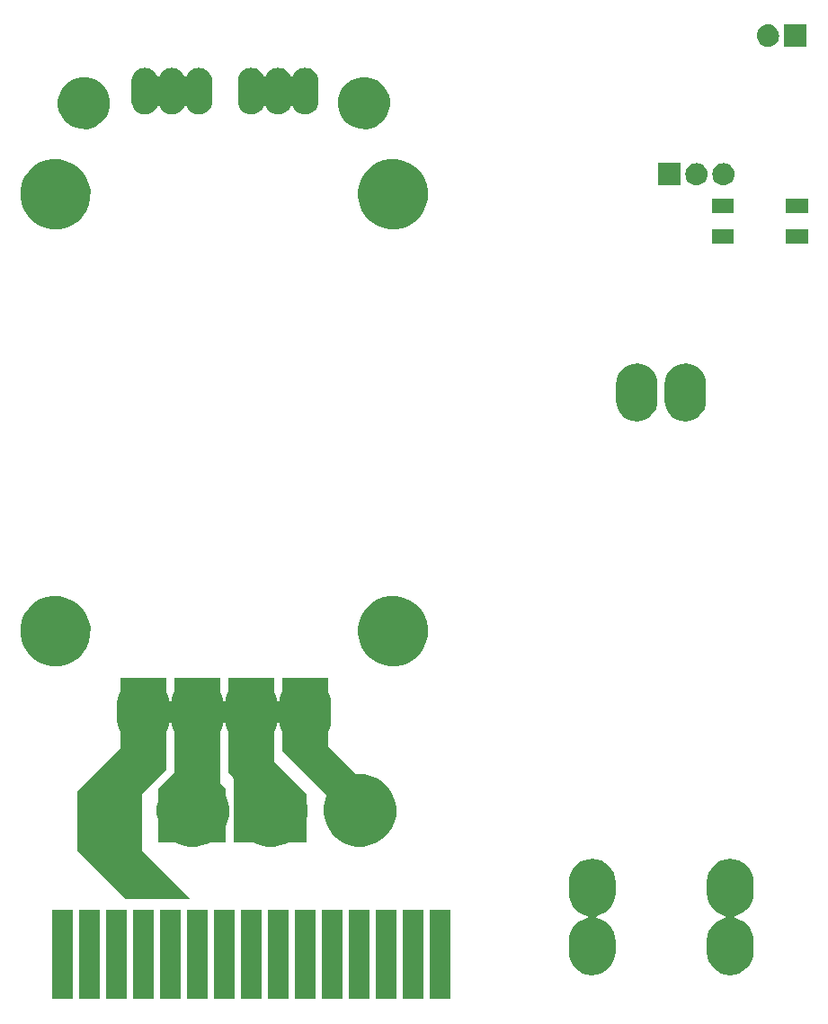
<source format=gts>
G04 #@! TF.FileFunction,Soldermask,Top*
%FSLAX46Y46*%
G04 Gerber Fmt 4.6, Leading zero omitted, Abs format (unit mm)*
G04 Created by KiCad (PCBNEW 4.0.7) date 10/27/19 12:55:04*
%MOMM*%
%LPD*%
G01*
G04 APERTURE LIST*
%ADD10C,0.100000*%
G04 APERTURE END LIST*
D10*
G36*
X183880800Y-115426600D02*
X181980800Y-115426600D01*
X181980800Y-107026600D01*
X183880800Y-107026600D01*
X183880800Y-115426600D01*
X183880800Y-115426600D01*
G37*
G36*
X188960800Y-115426600D02*
X187060800Y-115426600D01*
X187060800Y-107026600D01*
X188960800Y-107026600D01*
X188960800Y-115426600D01*
X188960800Y-115426600D01*
G37*
G36*
X191500800Y-115426600D02*
X189600800Y-115426600D01*
X189600800Y-107026600D01*
X191500800Y-107026600D01*
X191500800Y-115426600D01*
X191500800Y-115426600D01*
G37*
G36*
X186420800Y-115426600D02*
X184520800Y-115426600D01*
X184520800Y-107026600D01*
X186420800Y-107026600D01*
X186420800Y-115426600D01*
X186420800Y-115426600D01*
G37*
G36*
X178800800Y-115426600D02*
X176900800Y-115426600D01*
X176900800Y-107026600D01*
X178800800Y-107026600D01*
X178800800Y-115426600D01*
X178800800Y-115426600D01*
G37*
G36*
X181340800Y-115426600D02*
X179440800Y-115426600D01*
X179440800Y-107026600D01*
X181340800Y-107026600D01*
X181340800Y-115426600D01*
X181340800Y-115426600D01*
G37*
G36*
X171180800Y-115426600D02*
X169280800Y-115426600D01*
X169280800Y-107026600D01*
X171180800Y-107026600D01*
X171180800Y-115426600D01*
X171180800Y-115426600D01*
G37*
G36*
X173720800Y-115426600D02*
X171820800Y-115426600D01*
X171820800Y-107026600D01*
X173720800Y-107026600D01*
X173720800Y-115426600D01*
X173720800Y-115426600D01*
G37*
G36*
X168640800Y-115426600D02*
X166740800Y-115426600D01*
X166740800Y-107026600D01*
X168640800Y-107026600D01*
X168640800Y-115426600D01*
X168640800Y-115426600D01*
G37*
G36*
X163560800Y-115426600D02*
X161660800Y-115426600D01*
X161660800Y-107026600D01*
X163560800Y-107026600D01*
X163560800Y-115426600D01*
X163560800Y-115426600D01*
G37*
G36*
X161020800Y-115426600D02*
X159120800Y-115426600D01*
X159120800Y-107026600D01*
X161020800Y-107026600D01*
X161020800Y-115426600D01*
X161020800Y-115426600D01*
G37*
G36*
X158480800Y-115426600D02*
X156580800Y-115426600D01*
X156580800Y-107026600D01*
X158480800Y-107026600D01*
X158480800Y-115426600D01*
X158480800Y-115426600D01*
G37*
G36*
X155940800Y-115426600D02*
X154040800Y-115426600D01*
X154040800Y-107026600D01*
X155940800Y-107026600D01*
X155940800Y-115426600D01*
X155940800Y-115426600D01*
G37*
G36*
X166100800Y-115426600D02*
X164200800Y-115426600D01*
X164200800Y-107026600D01*
X166100800Y-107026600D01*
X166100800Y-115426600D01*
X166100800Y-115426600D01*
G37*
G36*
X176260800Y-115426600D02*
X174360800Y-115426600D01*
X174360800Y-107026600D01*
X176260800Y-107026600D01*
X176260800Y-115426600D01*
X176260800Y-115426600D01*
G37*
G36*
X218298049Y-102259253D02*
X218298069Y-102259259D01*
X218298171Y-102259270D01*
X218708334Y-102386237D01*
X219086024Y-102590453D01*
X219416856Y-102864141D01*
X219688227Y-103196875D01*
X219889801Y-103575981D01*
X220013901Y-103987020D01*
X220055800Y-104414336D01*
X220055800Y-105440624D01*
X220055622Y-105466107D01*
X220055621Y-105466113D01*
X220055586Y-105471181D01*
X220007725Y-105897870D01*
X219877898Y-106307136D01*
X219671050Y-106683391D01*
X219395059Y-107012304D01*
X219060439Y-107281345D01*
X218679935Y-107480268D01*
X218357621Y-107575131D01*
X218325713Y-107589664D01*
X218299032Y-107612584D01*
X218279793Y-107642030D01*
X218269519Y-107675670D01*
X218269024Y-107710841D01*
X218278347Y-107744757D01*
X218296749Y-107774733D01*
X218322774Y-107798396D01*
X218355934Y-107814351D01*
X218708334Y-107923437D01*
X219086024Y-108127653D01*
X219416856Y-108401341D01*
X219688227Y-108734075D01*
X219889801Y-109113181D01*
X220013901Y-109524220D01*
X220055800Y-109951536D01*
X220055800Y-110977824D01*
X220055622Y-111003307D01*
X220055621Y-111003313D01*
X220055586Y-111008381D01*
X220007725Y-111435070D01*
X219877898Y-111844336D01*
X219671050Y-112220591D01*
X219395059Y-112549504D01*
X219060439Y-112818545D01*
X218679935Y-113017468D01*
X218268039Y-113138696D01*
X218267960Y-113138703D01*
X218267930Y-113138712D01*
X217840442Y-113177616D01*
X217413551Y-113132747D01*
X217413531Y-113132741D01*
X217413429Y-113132730D01*
X217003266Y-113005763D01*
X216625576Y-112801547D01*
X216294744Y-112527859D01*
X216023373Y-112195125D01*
X215821799Y-111816019D01*
X215697699Y-111404980D01*
X215655800Y-110977664D01*
X215655800Y-109951376D01*
X215655978Y-109925893D01*
X215655979Y-109925887D01*
X215656014Y-109920819D01*
X215703875Y-109494130D01*
X215833702Y-109084864D01*
X216040550Y-108708609D01*
X216316541Y-108379696D01*
X216651161Y-108110655D01*
X217031665Y-107911732D01*
X217353979Y-107816869D01*
X217385887Y-107802336D01*
X217412568Y-107779416D01*
X217431807Y-107749970D01*
X217442081Y-107716330D01*
X217442576Y-107681159D01*
X217433253Y-107647243D01*
X217414851Y-107617267D01*
X217388826Y-107593604D01*
X217355666Y-107577649D01*
X217003266Y-107468563D01*
X216625576Y-107264347D01*
X216294744Y-106990659D01*
X216023373Y-106657925D01*
X215821799Y-106278819D01*
X215697699Y-105867780D01*
X215655800Y-105440464D01*
X215655800Y-104414176D01*
X215655978Y-104388693D01*
X215655979Y-104388687D01*
X215656014Y-104383619D01*
X215703875Y-103956930D01*
X215833702Y-103547664D01*
X216040550Y-103171409D01*
X216316541Y-102842496D01*
X216651161Y-102573455D01*
X217031665Y-102374532D01*
X217443561Y-102253304D01*
X217443640Y-102253297D01*
X217443670Y-102253288D01*
X217871158Y-102214384D01*
X218298049Y-102259253D01*
X218298049Y-102259253D01*
G37*
G36*
X205293249Y-102259253D02*
X205293269Y-102259259D01*
X205293371Y-102259270D01*
X205703534Y-102386237D01*
X206081224Y-102590453D01*
X206412056Y-102864141D01*
X206683427Y-103196875D01*
X206885001Y-103575981D01*
X207009101Y-103987020D01*
X207051000Y-104414336D01*
X207051000Y-105440624D01*
X207050822Y-105466107D01*
X207050821Y-105466113D01*
X207050786Y-105471181D01*
X207002925Y-105897870D01*
X206873098Y-106307136D01*
X206666250Y-106683391D01*
X206390259Y-107012304D01*
X206055639Y-107281345D01*
X205675135Y-107480268D01*
X205352821Y-107575131D01*
X205320913Y-107589664D01*
X205294232Y-107612584D01*
X205274993Y-107642030D01*
X205264719Y-107675670D01*
X205264224Y-107710841D01*
X205273547Y-107744757D01*
X205291949Y-107774733D01*
X205317974Y-107798396D01*
X205351134Y-107814351D01*
X205703534Y-107923437D01*
X206081224Y-108127653D01*
X206412056Y-108401341D01*
X206683427Y-108734075D01*
X206885001Y-109113181D01*
X207009101Y-109524220D01*
X207051000Y-109951536D01*
X207051000Y-110977824D01*
X207050822Y-111003307D01*
X207050821Y-111003313D01*
X207050786Y-111008381D01*
X207002925Y-111435070D01*
X206873098Y-111844336D01*
X206666250Y-112220591D01*
X206390259Y-112549504D01*
X206055639Y-112818545D01*
X205675135Y-113017468D01*
X205263239Y-113138696D01*
X205263160Y-113138703D01*
X205263130Y-113138712D01*
X204835642Y-113177616D01*
X204408751Y-113132747D01*
X204408731Y-113132741D01*
X204408629Y-113132730D01*
X203998466Y-113005763D01*
X203620776Y-112801547D01*
X203289944Y-112527859D01*
X203018573Y-112195125D01*
X202816999Y-111816019D01*
X202692899Y-111404980D01*
X202651000Y-110977664D01*
X202651000Y-109951376D01*
X202651178Y-109925893D01*
X202651179Y-109925887D01*
X202651214Y-109920819D01*
X202699075Y-109494130D01*
X202828902Y-109084864D01*
X203035750Y-108708609D01*
X203311741Y-108379696D01*
X203646361Y-108110655D01*
X204026865Y-107911732D01*
X204349179Y-107816869D01*
X204381087Y-107802336D01*
X204407768Y-107779416D01*
X204427007Y-107749970D01*
X204437281Y-107716330D01*
X204437776Y-107681159D01*
X204428453Y-107647243D01*
X204410051Y-107617267D01*
X204384026Y-107593604D01*
X204350866Y-107577649D01*
X203998466Y-107468563D01*
X203620776Y-107264347D01*
X203289944Y-106990659D01*
X203018573Y-106657925D01*
X202816999Y-106278819D01*
X202692899Y-105867780D01*
X202651000Y-105440464D01*
X202651000Y-104414176D01*
X202651178Y-104388693D01*
X202651179Y-104388687D01*
X202651214Y-104383619D01*
X202699075Y-103956930D01*
X202828902Y-103547664D01*
X203035750Y-103171409D01*
X203311741Y-102842496D01*
X203646361Y-102573455D01*
X204026865Y-102374532D01*
X204438761Y-102253304D01*
X204438840Y-102253297D01*
X204438870Y-102253288D01*
X204866358Y-102214384D01*
X205293249Y-102259253D01*
X205293249Y-102259253D01*
G37*
G36*
X178317918Y-85201140D02*
X178317943Y-85201148D01*
X178318041Y-85201158D01*
X178351221Y-85211429D01*
X178388060Y-85217000D01*
X179959000Y-85217000D01*
X179959000Y-86389608D01*
X179963949Y-86424432D01*
X179972492Y-86445483D01*
X180090538Y-86667495D01*
X180228740Y-87125243D01*
X180275400Y-87601117D01*
X180275400Y-89132245D01*
X180275198Y-89161217D01*
X180275196Y-89161232D01*
X180275161Y-89166290D01*
X180221862Y-89641467D01*
X180077282Y-90097241D01*
X179973694Y-90285666D01*
X179962022Y-90316536D01*
X179959000Y-90343854D01*
X179959000Y-91515224D01*
X179963949Y-91550048D01*
X179978404Y-91582115D01*
X179995612Y-91603612D01*
X182616039Y-94224039D01*
X182644162Y-94245164D01*
X182677058Y-94257618D01*
X182703554Y-94260648D01*
X183364117Y-94265259D01*
X184017274Y-94399334D01*
X184631949Y-94657718D01*
X185184733Y-95030577D01*
X185654564Y-95503698D01*
X186023553Y-96059071D01*
X186277641Y-96675537D01*
X186406980Y-97328745D01*
X186406980Y-97328773D01*
X186407146Y-97329613D01*
X186396511Y-98091195D01*
X186396321Y-98092030D01*
X186396321Y-98092054D01*
X186248793Y-98741405D01*
X185977592Y-99350531D01*
X185593242Y-99895382D01*
X185110379Y-100355205D01*
X184547402Y-100712482D01*
X183925755Y-100953603D01*
X183269109Y-101069387D01*
X182602476Y-101055423D01*
X181951257Y-100912243D01*
X181340250Y-100645301D01*
X180792724Y-100264760D01*
X180329548Y-99785128D01*
X179968347Y-99224653D01*
X179722890Y-98604701D01*
X179602525Y-97948885D01*
X179611835Y-97282168D01*
X179750464Y-96629970D01*
X179850783Y-96395910D01*
X179859953Y-96361952D01*
X179859300Y-96326784D01*
X179848875Y-96293191D01*
X179824279Y-96258279D01*
X175641000Y-92075000D01*
X175641000Y-90248051D01*
X175636051Y-90213227D01*
X175627508Y-90192177D01*
X175560262Y-90065705D01*
X175422060Y-89607957D01*
X175408314Y-89467762D01*
X175400893Y-89437292D01*
X175383378Y-89406789D01*
X175358059Y-89382373D01*
X175326939Y-89365977D01*
X175292485Y-89358901D01*
X175257422Y-89361703D01*
X175224529Y-89374162D01*
X175196409Y-89395292D01*
X175175289Y-89423420D01*
X175161416Y-89467135D01*
X175141862Y-89641467D01*
X174997282Y-90097241D01*
X174893694Y-90285666D01*
X174882022Y-90316536D01*
X174879000Y-90343854D01*
X174879000Y-93039224D01*
X174883949Y-93074048D01*
X174898404Y-93106115D01*
X174915612Y-93127612D01*
X177927000Y-96139000D01*
X177927000Y-96821657D01*
X177929381Y-96845936D01*
X178024980Y-97328745D01*
X178024980Y-97328773D01*
X178025146Y-97329613D01*
X178014511Y-98091195D01*
X178014321Y-98092030D01*
X178014321Y-98092054D01*
X177930106Y-98462730D01*
X177927000Y-98490424D01*
X177927000Y-100711000D01*
X176192614Y-100711000D01*
X176147411Y-100719460D01*
X175543755Y-100953603D01*
X174887109Y-101069387D01*
X174220476Y-101055423D01*
X173569257Y-100912243D01*
X173132560Y-100721455D01*
X173082516Y-100711000D01*
X171069000Y-100711000D01*
X171069000Y-94666776D01*
X171064051Y-94631952D01*
X171049596Y-94599885D01*
X171032388Y-94578388D01*
X170561000Y-94107000D01*
X170561000Y-90248051D01*
X170556051Y-90213227D01*
X170547508Y-90192177D01*
X170480262Y-90065705D01*
X170342060Y-89607957D01*
X170328314Y-89467762D01*
X170320893Y-89437292D01*
X170303378Y-89406789D01*
X170278059Y-89382373D01*
X170246939Y-89365977D01*
X170212485Y-89358901D01*
X170177422Y-89361703D01*
X170144529Y-89374162D01*
X170116409Y-89395292D01*
X170095289Y-89423420D01*
X170081416Y-89467135D01*
X170061862Y-89641467D01*
X169917282Y-90097241D01*
X169813694Y-90285666D01*
X169802022Y-90316536D01*
X169799000Y-90343854D01*
X169799000Y-95071224D01*
X169803949Y-95106048D01*
X169818404Y-95138115D01*
X169835612Y-95159612D01*
X170307000Y-95631000D01*
X170307000Y-96110618D01*
X170316432Y-96158252D01*
X170529641Y-96675537D01*
X170658980Y-97328745D01*
X170658980Y-97328773D01*
X170659146Y-97329613D01*
X170648511Y-98091195D01*
X170648321Y-98092030D01*
X170648321Y-98092054D01*
X170500793Y-98741405D01*
X170317807Y-99152397D01*
X170307000Y-99203239D01*
X170307000Y-100711000D01*
X168826614Y-100711000D01*
X168781411Y-100719460D01*
X168177755Y-100953603D01*
X167521109Y-101069387D01*
X166854476Y-101055423D01*
X166203257Y-100912243D01*
X165766560Y-100721455D01*
X165716516Y-100711000D01*
X163957000Y-100711000D01*
X163957000Y-98518599D01*
X163954946Y-98496034D01*
X163854525Y-97948885D01*
X163863835Y-97282168D01*
X163954268Y-96856714D01*
X163957000Y-96830725D01*
X163957000Y-95631000D01*
X165444388Y-94143612D01*
X165465513Y-94115489D01*
X165477967Y-94082593D01*
X165481000Y-94055224D01*
X165481000Y-90248051D01*
X165476051Y-90213227D01*
X165467508Y-90192177D01*
X165400262Y-90065705D01*
X165262060Y-89607957D01*
X165248314Y-89467762D01*
X165240893Y-89437292D01*
X165223378Y-89406789D01*
X165198059Y-89382373D01*
X165166939Y-89365977D01*
X165132485Y-89358901D01*
X165097422Y-89361703D01*
X165064529Y-89374162D01*
X165036409Y-89395292D01*
X165015289Y-89423420D01*
X165001416Y-89467135D01*
X164981862Y-89641467D01*
X164837282Y-90097241D01*
X164733694Y-90285666D01*
X164722022Y-90316536D01*
X164719000Y-90343854D01*
X164719000Y-93853000D01*
X162469612Y-96102388D01*
X162448487Y-96130511D01*
X162436033Y-96163407D01*
X162433000Y-96190776D01*
X162433000Y-101421224D01*
X162437949Y-101456048D01*
X162452404Y-101488115D01*
X162469612Y-101509612D01*
X167005000Y-106045000D01*
X160909000Y-106045000D01*
X156337000Y-101473000D01*
X156337000Y-95885000D01*
X160364388Y-91857612D01*
X160385513Y-91829489D01*
X160397967Y-91796593D01*
X160401000Y-91769224D01*
X160401000Y-90248051D01*
X160396051Y-90213227D01*
X160387508Y-90192177D01*
X160320262Y-90065705D01*
X160182060Y-89607957D01*
X160135400Y-89132083D01*
X160135400Y-87600955D01*
X160135602Y-87571983D01*
X160135604Y-87571968D01*
X160135639Y-87566910D01*
X160188938Y-87091733D01*
X160333518Y-86635959D01*
X160386307Y-86539937D01*
X160397978Y-86509069D01*
X160401000Y-86481751D01*
X160401000Y-85217000D01*
X162031956Y-85217000D01*
X162067139Y-85211930D01*
X162126316Y-85194513D01*
X162126395Y-85194506D01*
X162126425Y-85194497D01*
X162602504Y-85151171D01*
X163077918Y-85201140D01*
X163077943Y-85201148D01*
X163078041Y-85201158D01*
X163111221Y-85211429D01*
X163148060Y-85217000D01*
X164719000Y-85217000D01*
X164719000Y-86389608D01*
X164723949Y-86424432D01*
X164732492Y-86445483D01*
X164850538Y-86667495D01*
X164988740Y-87125243D01*
X165002486Y-87265438D01*
X165009907Y-87295908D01*
X165027422Y-87326411D01*
X165052741Y-87350827D01*
X165083861Y-87367223D01*
X165118315Y-87374299D01*
X165153378Y-87371497D01*
X165186271Y-87359038D01*
X165214391Y-87337908D01*
X165235511Y-87309780D01*
X165249384Y-87266065D01*
X165268938Y-87091733D01*
X165413518Y-86635959D01*
X165466307Y-86539937D01*
X165477978Y-86509069D01*
X165481000Y-86481751D01*
X165481000Y-85217000D01*
X167111956Y-85217000D01*
X167147139Y-85211930D01*
X167206316Y-85194513D01*
X167206395Y-85194506D01*
X167206425Y-85194497D01*
X167682504Y-85151171D01*
X168157918Y-85201140D01*
X168157943Y-85201148D01*
X168158041Y-85201158D01*
X168191221Y-85211429D01*
X168228060Y-85217000D01*
X169799000Y-85217000D01*
X169799000Y-86389608D01*
X169803949Y-86424432D01*
X169812492Y-86445483D01*
X169930538Y-86667495D01*
X170068740Y-87125243D01*
X170082486Y-87265438D01*
X170089907Y-87295908D01*
X170107422Y-87326411D01*
X170132741Y-87350827D01*
X170163861Y-87367223D01*
X170198315Y-87374299D01*
X170233378Y-87371497D01*
X170266271Y-87359038D01*
X170294391Y-87337908D01*
X170315511Y-87309780D01*
X170329384Y-87266065D01*
X170348938Y-87091733D01*
X170493518Y-86635959D01*
X170546307Y-86539937D01*
X170557978Y-86509069D01*
X170561000Y-86481751D01*
X170561000Y-85217000D01*
X172191956Y-85217000D01*
X172227139Y-85211930D01*
X172286316Y-85194513D01*
X172286395Y-85194506D01*
X172286425Y-85194497D01*
X172762504Y-85151171D01*
X173237918Y-85201140D01*
X173237943Y-85201148D01*
X173238041Y-85201158D01*
X173271221Y-85211429D01*
X173308060Y-85217000D01*
X174879000Y-85217000D01*
X174879000Y-86389608D01*
X174883949Y-86424432D01*
X174892492Y-86445483D01*
X175010538Y-86667495D01*
X175148740Y-87125243D01*
X175162486Y-87265438D01*
X175169907Y-87295908D01*
X175187422Y-87326411D01*
X175212741Y-87350827D01*
X175243861Y-87367223D01*
X175278315Y-87374299D01*
X175313378Y-87371497D01*
X175346271Y-87359038D01*
X175374391Y-87337908D01*
X175395511Y-87309780D01*
X175409384Y-87266065D01*
X175428938Y-87091733D01*
X175573518Y-86635959D01*
X175626307Y-86539937D01*
X175637978Y-86509069D01*
X175641000Y-86481751D01*
X175641000Y-85217000D01*
X177271956Y-85217000D01*
X177307139Y-85211930D01*
X177366316Y-85194513D01*
X177366395Y-85194506D01*
X177366425Y-85194497D01*
X177842504Y-85151171D01*
X178317918Y-85201140D01*
X178317918Y-85201140D01*
G37*
G36*
X186452413Y-77474192D02*
X187086361Y-77604324D01*
X187682956Y-77855109D01*
X188219483Y-78217001D01*
X188675494Y-78676207D01*
X189033631Y-79215246D01*
X189280246Y-79813580D01*
X189405776Y-80447549D01*
X189405776Y-80447582D01*
X189405941Y-80448418D01*
X189395620Y-81187601D01*
X189395429Y-81188440D01*
X189395429Y-81188460D01*
X189252246Y-81818687D01*
X188989021Y-82409897D01*
X188615973Y-82938727D01*
X188147318Y-83385021D01*
X187600897Y-83731791D01*
X186997533Y-83965820D01*
X186360200Y-84078199D01*
X185713173Y-84064646D01*
X185081108Y-83925677D01*
X184488072Y-83666586D01*
X183956650Y-83297238D01*
X183507096Y-82831711D01*
X183156521Y-82287725D01*
X182918282Y-81686004D01*
X182801457Y-81049476D01*
X182810493Y-80402369D01*
X182945045Y-79769352D01*
X183199991Y-79174517D01*
X183565617Y-78640534D01*
X184027998Y-78187737D01*
X184569523Y-77833374D01*
X185169564Y-77590941D01*
X185805265Y-77469675D01*
X186452413Y-77474192D01*
X186452413Y-77474192D01*
G37*
G36*
X154651613Y-77474192D02*
X155285561Y-77604324D01*
X155882156Y-77855109D01*
X156418683Y-78217001D01*
X156874694Y-78676207D01*
X157232831Y-79215246D01*
X157479446Y-79813580D01*
X157604976Y-80447549D01*
X157604976Y-80447582D01*
X157605141Y-80448418D01*
X157594820Y-81187601D01*
X157594629Y-81188440D01*
X157594629Y-81188460D01*
X157451446Y-81818687D01*
X157188221Y-82409897D01*
X156815173Y-82938727D01*
X156346518Y-83385021D01*
X155800097Y-83731791D01*
X155196733Y-83965820D01*
X154559400Y-84078199D01*
X153912373Y-84064646D01*
X153280308Y-83925677D01*
X152687272Y-83666586D01*
X152155850Y-83297238D01*
X151706296Y-82831711D01*
X151355721Y-82287725D01*
X151117482Y-81686004D01*
X151000657Y-81049476D01*
X151009693Y-80402369D01*
X151144245Y-79769352D01*
X151399191Y-79174517D01*
X151764817Y-78640534D01*
X152227198Y-78187737D01*
X152768723Y-77833374D01*
X153368764Y-77590941D01*
X154004465Y-77469675D01*
X154651613Y-77474192D01*
X154651613Y-77474192D01*
G37*
G36*
X209459379Y-55619746D02*
X209459404Y-55619754D01*
X209459502Y-55619764D01*
X209823055Y-55732303D01*
X210157826Y-55913313D01*
X210451063Y-56155899D01*
X210691596Y-56450822D01*
X210870265Y-56786849D01*
X210980263Y-57151179D01*
X211017400Y-57529936D01*
X211017400Y-59056227D01*
X211017247Y-59078218D01*
X211017245Y-59078233D01*
X211017210Y-59083290D01*
X210974788Y-59461492D01*
X210859714Y-59824251D01*
X210676371Y-60157750D01*
X210431744Y-60449286D01*
X210135148Y-60687754D01*
X209797883Y-60864073D01*
X209432794Y-60971524D01*
X209432713Y-60971531D01*
X209432684Y-60971540D01*
X209053787Y-61006022D01*
X208675421Y-60966254D01*
X208675396Y-60966246D01*
X208675298Y-60966236D01*
X208311745Y-60853697D01*
X207976974Y-60672687D01*
X207683737Y-60430101D01*
X207443204Y-60135178D01*
X207264535Y-59799151D01*
X207154537Y-59434821D01*
X207117400Y-59056064D01*
X207117400Y-57529773D01*
X207117553Y-57507782D01*
X207117555Y-57507767D01*
X207117590Y-57502710D01*
X207160012Y-57124508D01*
X207275086Y-56761749D01*
X207458429Y-56428250D01*
X207703056Y-56136714D01*
X207999652Y-55898246D01*
X208336917Y-55721927D01*
X208702006Y-55614476D01*
X208702087Y-55614469D01*
X208702116Y-55614460D01*
X209081013Y-55579978D01*
X209459379Y-55619746D01*
X209459379Y-55619746D01*
G37*
G36*
X214031379Y-55619746D02*
X214031404Y-55619754D01*
X214031502Y-55619764D01*
X214395055Y-55732303D01*
X214729826Y-55913313D01*
X215023063Y-56155899D01*
X215263596Y-56450822D01*
X215442265Y-56786849D01*
X215552263Y-57151179D01*
X215589400Y-57529936D01*
X215589400Y-59056227D01*
X215589247Y-59078218D01*
X215589245Y-59078233D01*
X215589210Y-59083290D01*
X215546788Y-59461492D01*
X215431714Y-59824251D01*
X215248371Y-60157750D01*
X215003744Y-60449286D01*
X214707148Y-60687754D01*
X214369883Y-60864073D01*
X214004794Y-60971524D01*
X214004713Y-60971531D01*
X214004684Y-60971540D01*
X213625787Y-61006022D01*
X213247421Y-60966254D01*
X213247396Y-60966246D01*
X213247298Y-60966236D01*
X212883745Y-60853697D01*
X212548974Y-60672687D01*
X212255737Y-60430101D01*
X212015204Y-60135178D01*
X211836535Y-59799151D01*
X211726537Y-59434821D01*
X211689400Y-59056064D01*
X211689400Y-57529773D01*
X211689553Y-57507782D01*
X211689555Y-57507767D01*
X211689590Y-57502710D01*
X211732012Y-57124508D01*
X211847086Y-56761749D01*
X212030429Y-56428250D01*
X212275056Y-56136714D01*
X212571652Y-55898246D01*
X212908917Y-55721927D01*
X213274006Y-55614476D01*
X213274087Y-55614469D01*
X213274116Y-55614460D01*
X213653013Y-55579978D01*
X214031379Y-55619746D01*
X214031379Y-55619746D01*
G37*
G36*
X218220000Y-44264000D02*
X216120000Y-44264000D01*
X216120000Y-42964000D01*
X218220000Y-42964000D01*
X218220000Y-44264000D01*
X218220000Y-44264000D01*
G37*
G36*
X225205000Y-44264000D02*
X223105000Y-44264000D01*
X223105000Y-42964000D01*
X225205000Y-42964000D01*
X225205000Y-44264000D01*
X225205000Y-44264000D01*
G37*
G36*
X186452413Y-36326192D02*
X187086361Y-36456324D01*
X187682956Y-36707109D01*
X188219483Y-37069001D01*
X188675494Y-37528207D01*
X189033631Y-38067246D01*
X189280246Y-38665580D01*
X189405776Y-39299549D01*
X189405776Y-39299582D01*
X189405941Y-39300418D01*
X189395620Y-40039601D01*
X189395429Y-40040440D01*
X189395429Y-40040460D01*
X189252246Y-40670687D01*
X188989021Y-41261897D01*
X188615973Y-41790727D01*
X188147318Y-42237021D01*
X187600897Y-42583791D01*
X186997533Y-42817820D01*
X186360200Y-42930199D01*
X185713173Y-42916646D01*
X185081108Y-42777677D01*
X184488072Y-42518586D01*
X183956650Y-42149238D01*
X183507096Y-41683711D01*
X183156521Y-41139725D01*
X182918282Y-40538004D01*
X182801457Y-39901476D01*
X182810493Y-39254369D01*
X182945045Y-38621352D01*
X183199991Y-38026517D01*
X183565617Y-37492534D01*
X184027998Y-37039737D01*
X184569523Y-36685374D01*
X185169564Y-36442941D01*
X185805265Y-36321675D01*
X186452413Y-36326192D01*
X186452413Y-36326192D01*
G37*
G36*
X154651613Y-36326192D02*
X155285561Y-36456324D01*
X155882156Y-36707109D01*
X156418683Y-37069001D01*
X156874694Y-37528207D01*
X157232831Y-38067246D01*
X157479446Y-38665580D01*
X157604976Y-39299549D01*
X157604976Y-39299582D01*
X157605141Y-39300418D01*
X157594820Y-40039601D01*
X157594629Y-40040440D01*
X157594629Y-40040460D01*
X157451446Y-40670687D01*
X157188221Y-41261897D01*
X156815173Y-41790727D01*
X156346518Y-42237021D01*
X155800097Y-42583791D01*
X155196733Y-42817820D01*
X154559400Y-42930199D01*
X153912373Y-42916646D01*
X153280308Y-42777677D01*
X152687272Y-42518586D01*
X152155850Y-42149238D01*
X151706296Y-41683711D01*
X151355721Y-41139725D01*
X151117482Y-40538004D01*
X151000657Y-39901476D01*
X151009693Y-39254369D01*
X151144245Y-38621352D01*
X151399191Y-38026517D01*
X151764817Y-37492534D01*
X152227198Y-37039737D01*
X152768723Y-36685374D01*
X153368764Y-36442941D01*
X154004465Y-36321675D01*
X154651613Y-36326192D01*
X154651613Y-36326192D01*
G37*
G36*
X218220000Y-41364000D02*
X216120000Y-41364000D01*
X216120000Y-40064000D01*
X218220000Y-40064000D01*
X218220000Y-41364000D01*
X218220000Y-41364000D01*
G37*
G36*
X225205000Y-41364000D02*
X223105000Y-41364000D01*
X223105000Y-40064000D01*
X225205000Y-40064000D01*
X225205000Y-41364000D01*
X225205000Y-41364000D01*
G37*
G36*
X217431809Y-36710748D02*
X217431829Y-36710754D01*
X217431932Y-36710765D01*
X217627691Y-36771363D01*
X217807953Y-36868830D01*
X217965849Y-36999453D01*
X218095367Y-37158258D01*
X218191573Y-37339195D01*
X218250803Y-37535373D01*
X218270800Y-37739319D01*
X218270800Y-37749637D01*
X218270734Y-37759066D01*
X218270733Y-37759073D01*
X218270698Y-37764141D01*
X218247855Y-37967788D01*
X218185892Y-38163120D01*
X218087169Y-38342696D01*
X217955447Y-38499677D01*
X217795741Y-38628084D01*
X217614137Y-38723024D01*
X217417550Y-38780883D01*
X217417466Y-38780891D01*
X217417441Y-38780898D01*
X217213470Y-38799460D01*
X217009791Y-38778052D01*
X217009771Y-38778046D01*
X217009668Y-38778035D01*
X216813909Y-38717437D01*
X216633647Y-38619970D01*
X216475751Y-38489347D01*
X216346233Y-38330542D01*
X216250027Y-38149605D01*
X216190797Y-37953427D01*
X216170800Y-37749481D01*
X216170800Y-37739163D01*
X216170866Y-37729734D01*
X216170867Y-37729727D01*
X216170902Y-37724659D01*
X216193745Y-37521012D01*
X216255708Y-37325680D01*
X216354431Y-37146104D01*
X216486153Y-36989123D01*
X216645859Y-36860716D01*
X216827463Y-36765776D01*
X217024050Y-36707917D01*
X217024134Y-36707909D01*
X217024159Y-36707902D01*
X217228130Y-36689340D01*
X217431809Y-36710748D01*
X217431809Y-36710748D01*
G37*
G36*
X214891809Y-36710748D02*
X214891829Y-36710754D01*
X214891932Y-36710765D01*
X215087691Y-36771363D01*
X215267953Y-36868830D01*
X215425849Y-36999453D01*
X215555367Y-37158258D01*
X215651573Y-37339195D01*
X215710803Y-37535373D01*
X215730800Y-37739319D01*
X215730800Y-37749637D01*
X215730734Y-37759066D01*
X215730733Y-37759073D01*
X215730698Y-37764141D01*
X215707855Y-37967788D01*
X215645892Y-38163120D01*
X215547169Y-38342696D01*
X215415447Y-38499677D01*
X215255741Y-38628084D01*
X215074137Y-38723024D01*
X214877550Y-38780883D01*
X214877466Y-38780891D01*
X214877441Y-38780898D01*
X214673470Y-38799460D01*
X214469791Y-38778052D01*
X214469771Y-38778046D01*
X214469668Y-38778035D01*
X214273909Y-38717437D01*
X214093647Y-38619970D01*
X213935751Y-38489347D01*
X213806233Y-38330542D01*
X213710027Y-38149605D01*
X213650797Y-37953427D01*
X213630800Y-37749481D01*
X213630800Y-37739163D01*
X213630866Y-37729734D01*
X213630867Y-37729727D01*
X213630902Y-37724659D01*
X213653745Y-37521012D01*
X213715708Y-37325680D01*
X213814431Y-37146104D01*
X213946153Y-36989123D01*
X214105859Y-36860716D01*
X214287463Y-36765776D01*
X214484050Y-36707917D01*
X214484134Y-36707909D01*
X214484159Y-36707902D01*
X214688130Y-36689340D01*
X214891809Y-36710748D01*
X214891809Y-36710748D01*
G37*
G36*
X213190800Y-38794400D02*
X211090800Y-38794400D01*
X211090800Y-36694400D01*
X213190800Y-36694400D01*
X213190800Y-38794400D01*
X213190800Y-38794400D01*
G37*
G36*
X157254734Y-28590426D02*
X157725392Y-28687039D01*
X158168319Y-28873228D01*
X158566650Y-29141907D01*
X158905204Y-29482831D01*
X159171094Y-29883028D01*
X159354187Y-30327246D01*
X159447339Y-30797696D01*
X159447339Y-30797720D01*
X159447506Y-30798565D01*
X159439843Y-31347352D01*
X159439651Y-31348196D01*
X159439651Y-31348212D01*
X159333399Y-31815887D01*
X159137974Y-32254815D01*
X158861014Y-32647432D01*
X158513074Y-32978771D01*
X158107396Y-33236222D01*
X157659445Y-33409971D01*
X157186273Y-33493403D01*
X156705904Y-33483342D01*
X156236643Y-33380168D01*
X155796359Y-33187812D01*
X155401820Y-32913600D01*
X155068056Y-32567977D01*
X154807783Y-32164112D01*
X154630908Y-31717378D01*
X154544175Y-31244806D01*
X154550883Y-30764376D01*
X154650777Y-30294410D01*
X154840056Y-29852789D01*
X155111505Y-29456347D01*
X155454788Y-29120180D01*
X155856831Y-28857092D01*
X156302315Y-28677104D01*
X156774276Y-28587073D01*
X157254734Y-28590426D01*
X157254734Y-28590426D01*
G37*
G36*
X183619934Y-28590426D02*
X184090592Y-28687039D01*
X184533519Y-28873228D01*
X184931850Y-29141907D01*
X185270404Y-29482831D01*
X185536294Y-29883028D01*
X185719387Y-30327246D01*
X185812539Y-30797696D01*
X185812539Y-30797720D01*
X185812706Y-30798565D01*
X185805043Y-31347352D01*
X185804851Y-31348196D01*
X185804851Y-31348212D01*
X185698599Y-31815887D01*
X185503174Y-32254815D01*
X185226214Y-32647432D01*
X184878274Y-32978771D01*
X184472596Y-33236222D01*
X184024645Y-33409971D01*
X183551473Y-33493403D01*
X183071104Y-33483342D01*
X182601843Y-33380168D01*
X182161559Y-33187812D01*
X181767020Y-32913600D01*
X181433256Y-32567977D01*
X181172983Y-32164112D01*
X180996108Y-31717378D01*
X180909375Y-31244806D01*
X180916083Y-30764376D01*
X181015977Y-30294410D01*
X181205256Y-29852789D01*
X181476705Y-29456347D01*
X181819988Y-29120180D01*
X182222031Y-28857092D01*
X182667515Y-28677104D01*
X183139476Y-28587073D01*
X183619934Y-28590426D01*
X183619934Y-28590426D01*
G37*
G36*
X168069025Y-27736068D02*
X168069050Y-27736076D01*
X168069147Y-27736086D01*
X168302194Y-27808226D01*
X168516791Y-27924258D01*
X168704763Y-28079762D01*
X168858952Y-28268816D01*
X168973483Y-28484217D01*
X169043994Y-28717762D01*
X169067800Y-28960555D01*
X169067800Y-30882008D01*
X169067715Y-30894225D01*
X169067713Y-30894240D01*
X169067678Y-30899298D01*
X169040485Y-31141735D01*
X168966719Y-31374272D01*
X168849192Y-31588054D01*
X168692379Y-31774936D01*
X168502254Y-31927800D01*
X168286058Y-32040825D01*
X168052027Y-32109704D01*
X168051946Y-32109711D01*
X168051917Y-32109720D01*
X167809074Y-32131820D01*
X167566575Y-32106332D01*
X167566550Y-32106324D01*
X167566453Y-32106314D01*
X167333406Y-32034174D01*
X167118809Y-31918142D01*
X166930837Y-31762638D01*
X166776648Y-31573584D01*
X166662117Y-31358183D01*
X166661653Y-31356645D01*
X166657340Y-31348534D01*
X166636622Y-31320109D01*
X166608805Y-31298582D01*
X166576091Y-31285657D01*
X166541072Y-31282357D01*
X166506521Y-31288944D01*
X166475172Y-31304896D01*
X166449508Y-31328950D01*
X166428887Y-31367439D01*
X166426719Y-31374272D01*
X166309192Y-31588054D01*
X166152379Y-31774936D01*
X165962254Y-31927800D01*
X165746058Y-32040825D01*
X165512027Y-32109704D01*
X165511946Y-32109711D01*
X165511917Y-32109720D01*
X165269074Y-32131820D01*
X165026575Y-32106332D01*
X165026550Y-32106324D01*
X165026453Y-32106314D01*
X164793406Y-32034174D01*
X164578809Y-31918142D01*
X164390837Y-31762638D01*
X164236648Y-31573584D01*
X164122117Y-31358183D01*
X164121653Y-31356645D01*
X164117340Y-31348534D01*
X164096622Y-31320109D01*
X164068805Y-31298582D01*
X164036091Y-31285657D01*
X164001072Y-31282357D01*
X163966521Y-31288944D01*
X163935172Y-31304896D01*
X163909508Y-31328950D01*
X163888887Y-31367439D01*
X163886719Y-31374272D01*
X163769192Y-31588054D01*
X163612379Y-31774936D01*
X163422254Y-31927800D01*
X163206058Y-32040825D01*
X162972027Y-32109704D01*
X162971946Y-32109711D01*
X162971917Y-32109720D01*
X162729074Y-32131820D01*
X162486575Y-32106332D01*
X162486550Y-32106324D01*
X162486453Y-32106314D01*
X162253406Y-32034174D01*
X162038809Y-31918142D01*
X161850837Y-31762638D01*
X161696648Y-31573584D01*
X161582117Y-31358183D01*
X161511606Y-31124638D01*
X161487800Y-30881845D01*
X161487800Y-28960392D01*
X161487885Y-28948175D01*
X161487887Y-28948160D01*
X161487922Y-28943102D01*
X161515115Y-28700665D01*
X161588881Y-28468128D01*
X161706408Y-28254346D01*
X161863221Y-28067464D01*
X162053346Y-27914600D01*
X162269542Y-27801575D01*
X162503573Y-27732696D01*
X162503654Y-27732689D01*
X162503683Y-27732680D01*
X162746526Y-27710580D01*
X162989025Y-27736068D01*
X162989050Y-27736076D01*
X162989147Y-27736086D01*
X163222194Y-27808226D01*
X163436791Y-27924258D01*
X163624763Y-28079762D01*
X163778952Y-28268816D01*
X163893483Y-28484217D01*
X163893947Y-28485755D01*
X163898260Y-28493866D01*
X163918978Y-28522291D01*
X163946795Y-28543818D01*
X163979509Y-28556743D01*
X164014528Y-28560043D01*
X164049079Y-28553456D01*
X164080428Y-28537504D01*
X164106092Y-28513450D01*
X164126713Y-28474961D01*
X164128881Y-28468128D01*
X164246408Y-28254346D01*
X164403221Y-28067464D01*
X164593346Y-27914600D01*
X164809542Y-27801575D01*
X165043573Y-27732696D01*
X165043654Y-27732689D01*
X165043683Y-27732680D01*
X165286526Y-27710580D01*
X165529025Y-27736068D01*
X165529050Y-27736076D01*
X165529147Y-27736086D01*
X165762194Y-27808226D01*
X165976791Y-27924258D01*
X166164763Y-28079762D01*
X166318952Y-28268816D01*
X166433483Y-28484217D01*
X166433947Y-28485755D01*
X166438260Y-28493866D01*
X166458978Y-28522291D01*
X166486795Y-28543818D01*
X166519509Y-28556743D01*
X166554528Y-28560043D01*
X166589079Y-28553456D01*
X166620428Y-28537504D01*
X166646092Y-28513450D01*
X166666713Y-28474961D01*
X166668881Y-28468128D01*
X166786408Y-28254346D01*
X166943221Y-28067464D01*
X167133346Y-27914600D01*
X167349542Y-27801575D01*
X167583573Y-27732696D01*
X167583654Y-27732689D01*
X167583683Y-27732680D01*
X167826526Y-27710580D01*
X168069025Y-27736068D01*
X168069025Y-27736068D01*
G37*
G36*
X178076625Y-27736068D02*
X178076650Y-27736076D01*
X178076747Y-27736086D01*
X178309794Y-27808226D01*
X178524391Y-27924258D01*
X178712363Y-28079762D01*
X178866552Y-28268816D01*
X178981083Y-28484217D01*
X179051594Y-28717762D01*
X179075400Y-28960555D01*
X179075400Y-30882008D01*
X179075315Y-30894225D01*
X179075313Y-30894240D01*
X179075278Y-30899298D01*
X179048085Y-31141735D01*
X178974319Y-31374272D01*
X178856792Y-31588054D01*
X178699979Y-31774936D01*
X178509854Y-31927800D01*
X178293658Y-32040825D01*
X178059627Y-32109704D01*
X178059546Y-32109711D01*
X178059517Y-32109720D01*
X177816674Y-32131820D01*
X177574175Y-32106332D01*
X177574150Y-32106324D01*
X177574053Y-32106314D01*
X177341006Y-32034174D01*
X177126409Y-31918142D01*
X176938437Y-31762638D01*
X176784248Y-31573584D01*
X176669717Y-31358183D01*
X176669253Y-31356645D01*
X176664940Y-31348534D01*
X176644222Y-31320109D01*
X176616405Y-31298582D01*
X176583691Y-31285657D01*
X176548672Y-31282357D01*
X176514121Y-31288944D01*
X176482772Y-31304896D01*
X176457108Y-31328950D01*
X176436487Y-31367439D01*
X176434319Y-31374272D01*
X176316792Y-31588054D01*
X176159979Y-31774936D01*
X175969854Y-31927800D01*
X175753658Y-32040825D01*
X175519627Y-32109704D01*
X175519546Y-32109711D01*
X175519517Y-32109720D01*
X175276674Y-32131820D01*
X175034175Y-32106332D01*
X175034150Y-32106324D01*
X175034053Y-32106314D01*
X174801006Y-32034174D01*
X174586409Y-31918142D01*
X174398437Y-31762638D01*
X174244248Y-31573584D01*
X174129717Y-31358183D01*
X174129253Y-31356645D01*
X174124940Y-31348534D01*
X174104222Y-31320109D01*
X174076405Y-31298582D01*
X174043691Y-31285657D01*
X174008672Y-31282357D01*
X173974121Y-31288944D01*
X173942772Y-31304896D01*
X173917108Y-31328950D01*
X173896487Y-31367439D01*
X173894319Y-31374272D01*
X173776792Y-31588054D01*
X173619979Y-31774936D01*
X173429854Y-31927800D01*
X173213658Y-32040825D01*
X172979627Y-32109704D01*
X172979546Y-32109711D01*
X172979517Y-32109720D01*
X172736674Y-32131820D01*
X172494175Y-32106332D01*
X172494150Y-32106324D01*
X172494053Y-32106314D01*
X172261006Y-32034174D01*
X172046409Y-31918142D01*
X171858437Y-31762638D01*
X171704248Y-31573584D01*
X171589717Y-31358183D01*
X171519206Y-31124638D01*
X171495400Y-30881845D01*
X171495400Y-28960392D01*
X171495485Y-28948175D01*
X171495487Y-28948160D01*
X171495522Y-28943102D01*
X171522715Y-28700665D01*
X171596481Y-28468128D01*
X171714008Y-28254346D01*
X171870821Y-28067464D01*
X172060946Y-27914600D01*
X172277142Y-27801575D01*
X172511173Y-27732696D01*
X172511254Y-27732689D01*
X172511283Y-27732680D01*
X172754126Y-27710580D01*
X172996625Y-27736068D01*
X172996650Y-27736076D01*
X172996747Y-27736086D01*
X173229794Y-27808226D01*
X173444391Y-27924258D01*
X173632363Y-28079762D01*
X173786552Y-28268816D01*
X173901083Y-28484217D01*
X173901547Y-28485755D01*
X173905860Y-28493866D01*
X173926578Y-28522291D01*
X173954395Y-28543818D01*
X173987109Y-28556743D01*
X174022128Y-28560043D01*
X174056679Y-28553456D01*
X174088028Y-28537504D01*
X174113692Y-28513450D01*
X174134313Y-28474961D01*
X174136481Y-28468128D01*
X174254008Y-28254346D01*
X174410821Y-28067464D01*
X174600946Y-27914600D01*
X174817142Y-27801575D01*
X175051173Y-27732696D01*
X175051254Y-27732689D01*
X175051283Y-27732680D01*
X175294126Y-27710580D01*
X175536625Y-27736068D01*
X175536650Y-27736076D01*
X175536747Y-27736086D01*
X175769794Y-27808226D01*
X175984391Y-27924258D01*
X176172363Y-28079762D01*
X176326552Y-28268816D01*
X176441083Y-28484217D01*
X176441547Y-28485755D01*
X176445860Y-28493866D01*
X176466578Y-28522291D01*
X176494395Y-28543818D01*
X176527109Y-28556743D01*
X176562128Y-28560043D01*
X176596679Y-28553456D01*
X176628028Y-28537504D01*
X176653692Y-28513450D01*
X176674313Y-28474961D01*
X176676481Y-28468128D01*
X176794008Y-28254346D01*
X176950821Y-28067464D01*
X177140946Y-27914600D01*
X177357142Y-27801575D01*
X177591173Y-27732696D01*
X177591254Y-27732689D01*
X177591283Y-27732680D01*
X177834126Y-27710580D01*
X178076625Y-27736068D01*
X178076625Y-27736068D01*
G37*
G36*
X221622809Y-23655148D02*
X221622829Y-23655154D01*
X221622932Y-23655165D01*
X221818691Y-23715763D01*
X221998953Y-23813230D01*
X222156849Y-23943853D01*
X222286367Y-24102658D01*
X222382573Y-24283595D01*
X222441803Y-24479773D01*
X222461800Y-24683719D01*
X222461800Y-24694037D01*
X222461734Y-24703466D01*
X222461733Y-24703473D01*
X222461698Y-24708541D01*
X222438855Y-24912188D01*
X222376892Y-25107520D01*
X222278169Y-25287096D01*
X222146447Y-25444077D01*
X221986741Y-25572484D01*
X221805137Y-25667424D01*
X221608550Y-25725283D01*
X221608466Y-25725291D01*
X221608441Y-25725298D01*
X221404470Y-25743860D01*
X221200791Y-25722452D01*
X221200771Y-25722446D01*
X221200668Y-25722435D01*
X221004909Y-25661837D01*
X220824647Y-25564370D01*
X220666751Y-25433747D01*
X220537233Y-25274942D01*
X220441027Y-25094005D01*
X220381797Y-24897827D01*
X220361800Y-24693881D01*
X220361800Y-24683563D01*
X220361866Y-24674134D01*
X220361867Y-24674127D01*
X220361902Y-24669059D01*
X220384745Y-24465412D01*
X220446708Y-24270080D01*
X220545431Y-24090504D01*
X220677153Y-23933523D01*
X220836859Y-23805116D01*
X221018463Y-23710176D01*
X221215050Y-23652317D01*
X221215134Y-23652309D01*
X221215159Y-23652302D01*
X221419130Y-23633740D01*
X221622809Y-23655148D01*
X221622809Y-23655148D01*
G37*
G36*
X225001800Y-25738800D02*
X222901800Y-25738800D01*
X222901800Y-23638800D01*
X225001800Y-23638800D01*
X225001800Y-25738800D01*
X225001800Y-25738800D01*
G37*
M02*

</source>
